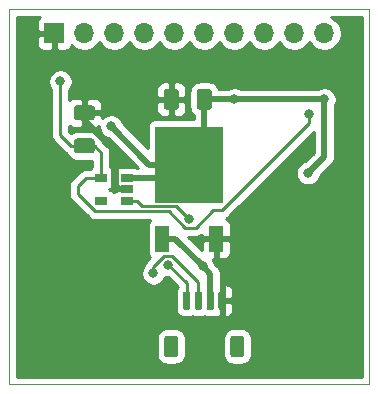
<source format=gbr>
G04 #@! TF.GenerationSoftware,KiCad,Pcbnew,(5.1.5)-3*
G04 #@! TF.CreationDate,2020-04-20T18:44:57+02:00*
G04 #@! TF.ProjectId,RS485-Modbus-Tiny-Sensor-Module,52533438-352d-44d6-9f64-6275732d5469,rev?*
G04 #@! TF.SameCoordinates,Original*
G04 #@! TF.FileFunction,Copper,L2,Bot*
G04 #@! TF.FilePolarity,Positive*
%FSLAX46Y46*%
G04 Gerber Fmt 4.6, Leading zero omitted, Abs format (unit mm)*
G04 Created by KiCad (PCBNEW (5.1.5)-3) date 2020-04-20 18:44:57*
%MOMM*%
%LPD*%
G04 APERTURE LIST*
%ADD10C,0.050000*%
%ADD11R,5.800000X6.400000*%
%ADD12R,1.200000X2.200000*%
%ADD13C,0.100000*%
%ADD14O,1.700000X1.700000*%
%ADD15R,1.700000X1.700000*%
%ADD16R,1.060000X0.650000*%
%ADD17C,0.800000*%
%ADD18C,0.500000*%
%ADD19C,0.250000*%
%ADD20C,0.254000*%
G04 APERTURE END LIST*
D10*
X213360000Y-115570000D02*
X182880000Y-115570000D01*
X213360000Y-83820000D02*
X213360000Y-115570000D01*
X182880000Y-83820000D02*
X213360000Y-83820000D01*
X182880000Y-115570000D02*
X182880000Y-83820000D01*
D11*
X198120000Y-96960000D03*
D12*
X195840000Y-103260000D03*
X200400000Y-103260000D03*
G04 #@! TA.AperFunction,SMDPad,CuDef*
D13*
G36*
X196964505Y-111466204D02*
G01*
X196988773Y-111469804D01*
X197012572Y-111475765D01*
X197035671Y-111484030D01*
X197057850Y-111494520D01*
X197078893Y-111507132D01*
X197098599Y-111521747D01*
X197116777Y-111538223D01*
X197133253Y-111556401D01*
X197147868Y-111576107D01*
X197160480Y-111597150D01*
X197170970Y-111619329D01*
X197179235Y-111642428D01*
X197185196Y-111666227D01*
X197188796Y-111690495D01*
X197190000Y-111714999D01*
X197190000Y-113015001D01*
X197188796Y-113039505D01*
X197185196Y-113063773D01*
X197179235Y-113087572D01*
X197170970Y-113110671D01*
X197160480Y-113132850D01*
X197147868Y-113153893D01*
X197133253Y-113173599D01*
X197116777Y-113191777D01*
X197098599Y-113208253D01*
X197078893Y-113222868D01*
X197057850Y-113235480D01*
X197035671Y-113245970D01*
X197012572Y-113254235D01*
X196988773Y-113260196D01*
X196964505Y-113263796D01*
X196940001Y-113265000D01*
X196239999Y-113265000D01*
X196215495Y-113263796D01*
X196191227Y-113260196D01*
X196167428Y-113254235D01*
X196144329Y-113245970D01*
X196122150Y-113235480D01*
X196101107Y-113222868D01*
X196081401Y-113208253D01*
X196063223Y-113191777D01*
X196046747Y-113173599D01*
X196032132Y-113153893D01*
X196019520Y-113132850D01*
X196009030Y-113110671D01*
X196000765Y-113087572D01*
X195994804Y-113063773D01*
X195991204Y-113039505D01*
X195990000Y-113015001D01*
X195990000Y-111714999D01*
X195991204Y-111690495D01*
X195994804Y-111666227D01*
X196000765Y-111642428D01*
X196009030Y-111619329D01*
X196019520Y-111597150D01*
X196032132Y-111576107D01*
X196046747Y-111556401D01*
X196063223Y-111538223D01*
X196081401Y-111521747D01*
X196101107Y-111507132D01*
X196122150Y-111494520D01*
X196144329Y-111484030D01*
X196167428Y-111475765D01*
X196191227Y-111469804D01*
X196215495Y-111466204D01*
X196239999Y-111465000D01*
X196940001Y-111465000D01*
X196964505Y-111466204D01*
G37*
G04 #@! TD.AperFunction*
G04 #@! TA.AperFunction,SMDPad,CuDef*
G36*
X202564505Y-111466204D02*
G01*
X202588773Y-111469804D01*
X202612572Y-111475765D01*
X202635671Y-111484030D01*
X202657850Y-111494520D01*
X202678893Y-111507132D01*
X202698599Y-111521747D01*
X202716777Y-111538223D01*
X202733253Y-111556401D01*
X202747868Y-111576107D01*
X202760480Y-111597150D01*
X202770970Y-111619329D01*
X202779235Y-111642428D01*
X202785196Y-111666227D01*
X202788796Y-111690495D01*
X202790000Y-111714999D01*
X202790000Y-113015001D01*
X202788796Y-113039505D01*
X202785196Y-113063773D01*
X202779235Y-113087572D01*
X202770970Y-113110671D01*
X202760480Y-113132850D01*
X202747868Y-113153893D01*
X202733253Y-113173599D01*
X202716777Y-113191777D01*
X202698599Y-113208253D01*
X202678893Y-113222868D01*
X202657850Y-113235480D01*
X202635671Y-113245970D01*
X202612572Y-113254235D01*
X202588773Y-113260196D01*
X202564505Y-113263796D01*
X202540001Y-113265000D01*
X201839999Y-113265000D01*
X201815495Y-113263796D01*
X201791227Y-113260196D01*
X201767428Y-113254235D01*
X201744329Y-113245970D01*
X201722150Y-113235480D01*
X201701107Y-113222868D01*
X201681401Y-113208253D01*
X201663223Y-113191777D01*
X201646747Y-113173599D01*
X201632132Y-113153893D01*
X201619520Y-113132850D01*
X201609030Y-113110671D01*
X201600765Y-113087572D01*
X201594804Y-113063773D01*
X201591204Y-113039505D01*
X201590000Y-113015001D01*
X201590000Y-111714999D01*
X201591204Y-111690495D01*
X201594804Y-111666227D01*
X201600765Y-111642428D01*
X201609030Y-111619329D01*
X201619520Y-111597150D01*
X201632132Y-111576107D01*
X201646747Y-111556401D01*
X201663223Y-111538223D01*
X201681401Y-111521747D01*
X201701107Y-111507132D01*
X201722150Y-111494520D01*
X201744329Y-111484030D01*
X201767428Y-111475765D01*
X201791227Y-111469804D01*
X201815495Y-111466204D01*
X201839999Y-111465000D01*
X202540001Y-111465000D01*
X202564505Y-111466204D01*
G37*
G04 #@! TD.AperFunction*
G04 #@! TA.AperFunction,SMDPad,CuDef*
G36*
X198054703Y-107715722D02*
G01*
X198069264Y-107717882D01*
X198083543Y-107721459D01*
X198097403Y-107726418D01*
X198110710Y-107732712D01*
X198123336Y-107740280D01*
X198135159Y-107749048D01*
X198146066Y-107758934D01*
X198155952Y-107769841D01*
X198164720Y-107781664D01*
X198172288Y-107794290D01*
X198178582Y-107807597D01*
X198183541Y-107821457D01*
X198187118Y-107835736D01*
X198189278Y-107850297D01*
X198190000Y-107865000D01*
X198190000Y-109115000D01*
X198189278Y-109129703D01*
X198187118Y-109144264D01*
X198183541Y-109158543D01*
X198178582Y-109172403D01*
X198172288Y-109185710D01*
X198164720Y-109198336D01*
X198155952Y-109210159D01*
X198146066Y-109221066D01*
X198135159Y-109230952D01*
X198123336Y-109239720D01*
X198110710Y-109247288D01*
X198097403Y-109253582D01*
X198083543Y-109258541D01*
X198069264Y-109262118D01*
X198054703Y-109264278D01*
X198040000Y-109265000D01*
X197740000Y-109265000D01*
X197725297Y-109264278D01*
X197710736Y-109262118D01*
X197696457Y-109258541D01*
X197682597Y-109253582D01*
X197669290Y-109247288D01*
X197656664Y-109239720D01*
X197644841Y-109230952D01*
X197633934Y-109221066D01*
X197624048Y-109210159D01*
X197615280Y-109198336D01*
X197607712Y-109185710D01*
X197601418Y-109172403D01*
X197596459Y-109158543D01*
X197592882Y-109144264D01*
X197590722Y-109129703D01*
X197590000Y-109115000D01*
X197590000Y-107865000D01*
X197590722Y-107850297D01*
X197592882Y-107835736D01*
X197596459Y-107821457D01*
X197601418Y-107807597D01*
X197607712Y-107794290D01*
X197615280Y-107781664D01*
X197624048Y-107769841D01*
X197633934Y-107758934D01*
X197644841Y-107749048D01*
X197656664Y-107740280D01*
X197669290Y-107732712D01*
X197682597Y-107726418D01*
X197696457Y-107721459D01*
X197710736Y-107717882D01*
X197725297Y-107715722D01*
X197740000Y-107715000D01*
X198040000Y-107715000D01*
X198054703Y-107715722D01*
G37*
G04 #@! TD.AperFunction*
G04 #@! TA.AperFunction,SMDPad,CuDef*
G36*
X199054703Y-107715722D02*
G01*
X199069264Y-107717882D01*
X199083543Y-107721459D01*
X199097403Y-107726418D01*
X199110710Y-107732712D01*
X199123336Y-107740280D01*
X199135159Y-107749048D01*
X199146066Y-107758934D01*
X199155952Y-107769841D01*
X199164720Y-107781664D01*
X199172288Y-107794290D01*
X199178582Y-107807597D01*
X199183541Y-107821457D01*
X199187118Y-107835736D01*
X199189278Y-107850297D01*
X199190000Y-107865000D01*
X199190000Y-109115000D01*
X199189278Y-109129703D01*
X199187118Y-109144264D01*
X199183541Y-109158543D01*
X199178582Y-109172403D01*
X199172288Y-109185710D01*
X199164720Y-109198336D01*
X199155952Y-109210159D01*
X199146066Y-109221066D01*
X199135159Y-109230952D01*
X199123336Y-109239720D01*
X199110710Y-109247288D01*
X199097403Y-109253582D01*
X199083543Y-109258541D01*
X199069264Y-109262118D01*
X199054703Y-109264278D01*
X199040000Y-109265000D01*
X198740000Y-109265000D01*
X198725297Y-109264278D01*
X198710736Y-109262118D01*
X198696457Y-109258541D01*
X198682597Y-109253582D01*
X198669290Y-109247288D01*
X198656664Y-109239720D01*
X198644841Y-109230952D01*
X198633934Y-109221066D01*
X198624048Y-109210159D01*
X198615280Y-109198336D01*
X198607712Y-109185710D01*
X198601418Y-109172403D01*
X198596459Y-109158543D01*
X198592882Y-109144264D01*
X198590722Y-109129703D01*
X198590000Y-109115000D01*
X198590000Y-107865000D01*
X198590722Y-107850297D01*
X198592882Y-107835736D01*
X198596459Y-107821457D01*
X198601418Y-107807597D01*
X198607712Y-107794290D01*
X198615280Y-107781664D01*
X198624048Y-107769841D01*
X198633934Y-107758934D01*
X198644841Y-107749048D01*
X198656664Y-107740280D01*
X198669290Y-107732712D01*
X198682597Y-107726418D01*
X198696457Y-107721459D01*
X198710736Y-107717882D01*
X198725297Y-107715722D01*
X198740000Y-107715000D01*
X199040000Y-107715000D01*
X199054703Y-107715722D01*
G37*
G04 #@! TD.AperFunction*
G04 #@! TA.AperFunction,SMDPad,CuDef*
G36*
X200054703Y-107715722D02*
G01*
X200069264Y-107717882D01*
X200083543Y-107721459D01*
X200097403Y-107726418D01*
X200110710Y-107732712D01*
X200123336Y-107740280D01*
X200135159Y-107749048D01*
X200146066Y-107758934D01*
X200155952Y-107769841D01*
X200164720Y-107781664D01*
X200172288Y-107794290D01*
X200178582Y-107807597D01*
X200183541Y-107821457D01*
X200187118Y-107835736D01*
X200189278Y-107850297D01*
X200190000Y-107865000D01*
X200190000Y-109115000D01*
X200189278Y-109129703D01*
X200187118Y-109144264D01*
X200183541Y-109158543D01*
X200178582Y-109172403D01*
X200172288Y-109185710D01*
X200164720Y-109198336D01*
X200155952Y-109210159D01*
X200146066Y-109221066D01*
X200135159Y-109230952D01*
X200123336Y-109239720D01*
X200110710Y-109247288D01*
X200097403Y-109253582D01*
X200083543Y-109258541D01*
X200069264Y-109262118D01*
X200054703Y-109264278D01*
X200040000Y-109265000D01*
X199740000Y-109265000D01*
X199725297Y-109264278D01*
X199710736Y-109262118D01*
X199696457Y-109258541D01*
X199682597Y-109253582D01*
X199669290Y-109247288D01*
X199656664Y-109239720D01*
X199644841Y-109230952D01*
X199633934Y-109221066D01*
X199624048Y-109210159D01*
X199615280Y-109198336D01*
X199607712Y-109185710D01*
X199601418Y-109172403D01*
X199596459Y-109158543D01*
X199592882Y-109144264D01*
X199590722Y-109129703D01*
X199590000Y-109115000D01*
X199590000Y-107865000D01*
X199590722Y-107850297D01*
X199592882Y-107835736D01*
X199596459Y-107821457D01*
X199601418Y-107807597D01*
X199607712Y-107794290D01*
X199615280Y-107781664D01*
X199624048Y-107769841D01*
X199633934Y-107758934D01*
X199644841Y-107749048D01*
X199656664Y-107740280D01*
X199669290Y-107732712D01*
X199682597Y-107726418D01*
X199696457Y-107721459D01*
X199710736Y-107717882D01*
X199725297Y-107715722D01*
X199740000Y-107715000D01*
X200040000Y-107715000D01*
X200054703Y-107715722D01*
G37*
G04 #@! TD.AperFunction*
G04 #@! TA.AperFunction,SMDPad,CuDef*
G36*
X201054703Y-107715722D02*
G01*
X201069264Y-107717882D01*
X201083543Y-107721459D01*
X201097403Y-107726418D01*
X201110710Y-107732712D01*
X201123336Y-107740280D01*
X201135159Y-107749048D01*
X201146066Y-107758934D01*
X201155952Y-107769841D01*
X201164720Y-107781664D01*
X201172288Y-107794290D01*
X201178582Y-107807597D01*
X201183541Y-107821457D01*
X201187118Y-107835736D01*
X201189278Y-107850297D01*
X201190000Y-107865000D01*
X201190000Y-109115000D01*
X201189278Y-109129703D01*
X201187118Y-109144264D01*
X201183541Y-109158543D01*
X201178582Y-109172403D01*
X201172288Y-109185710D01*
X201164720Y-109198336D01*
X201155952Y-109210159D01*
X201146066Y-109221066D01*
X201135159Y-109230952D01*
X201123336Y-109239720D01*
X201110710Y-109247288D01*
X201097403Y-109253582D01*
X201083543Y-109258541D01*
X201069264Y-109262118D01*
X201054703Y-109264278D01*
X201040000Y-109265000D01*
X200740000Y-109265000D01*
X200725297Y-109264278D01*
X200710736Y-109262118D01*
X200696457Y-109258541D01*
X200682597Y-109253582D01*
X200669290Y-109247288D01*
X200656664Y-109239720D01*
X200644841Y-109230952D01*
X200633934Y-109221066D01*
X200624048Y-109210159D01*
X200615280Y-109198336D01*
X200607712Y-109185710D01*
X200601418Y-109172403D01*
X200596459Y-109158543D01*
X200592882Y-109144264D01*
X200590722Y-109129703D01*
X200590000Y-109115000D01*
X200590000Y-107865000D01*
X200590722Y-107850297D01*
X200592882Y-107835736D01*
X200596459Y-107821457D01*
X200601418Y-107807597D01*
X200607712Y-107794290D01*
X200615280Y-107781664D01*
X200624048Y-107769841D01*
X200633934Y-107758934D01*
X200644841Y-107749048D01*
X200656664Y-107740280D01*
X200669290Y-107732712D01*
X200682597Y-107726418D01*
X200696457Y-107721459D01*
X200710736Y-107717882D01*
X200725297Y-107715722D01*
X200740000Y-107715000D01*
X201040000Y-107715000D01*
X201054703Y-107715722D01*
G37*
G04 #@! TD.AperFunction*
D14*
X209550000Y-85852000D03*
X207010000Y-85852000D03*
X204470000Y-85852000D03*
X201930000Y-85852000D03*
X199390000Y-85852000D03*
X196850000Y-85852000D03*
X194310000Y-85852000D03*
X191770000Y-85852000D03*
X189230000Y-85852000D03*
D15*
X186690000Y-85852000D03*
D16*
X190670000Y-98110000D03*
X190670000Y-100010000D03*
X192870000Y-100010000D03*
X192870000Y-99060000D03*
X192870000Y-98110000D03*
G04 #@! TA.AperFunction,SMDPad,CuDef*
D13*
G36*
X189879504Y-91956204D02*
G01*
X189903773Y-91959804D01*
X189927571Y-91965765D01*
X189950671Y-91974030D01*
X189972849Y-91984520D01*
X189993893Y-91997133D01*
X190013598Y-92011747D01*
X190031777Y-92028223D01*
X190048253Y-92046402D01*
X190062867Y-92066107D01*
X190075480Y-92087151D01*
X190085970Y-92109329D01*
X190094235Y-92132429D01*
X190100196Y-92156227D01*
X190103796Y-92180496D01*
X190105000Y-92205000D01*
X190105000Y-92955000D01*
X190103796Y-92979504D01*
X190100196Y-93003773D01*
X190094235Y-93027571D01*
X190085970Y-93050671D01*
X190075480Y-93072849D01*
X190062867Y-93093893D01*
X190048253Y-93113598D01*
X190031777Y-93131777D01*
X190013598Y-93148253D01*
X189993893Y-93162867D01*
X189972849Y-93175480D01*
X189950671Y-93185970D01*
X189927571Y-93194235D01*
X189903773Y-93200196D01*
X189879504Y-93203796D01*
X189855000Y-93205000D01*
X188605000Y-93205000D01*
X188580496Y-93203796D01*
X188556227Y-93200196D01*
X188532429Y-93194235D01*
X188509329Y-93185970D01*
X188487151Y-93175480D01*
X188466107Y-93162867D01*
X188446402Y-93148253D01*
X188428223Y-93131777D01*
X188411747Y-93113598D01*
X188397133Y-93093893D01*
X188384520Y-93072849D01*
X188374030Y-93050671D01*
X188365765Y-93027571D01*
X188359804Y-93003773D01*
X188356204Y-92979504D01*
X188355000Y-92955000D01*
X188355000Y-92205000D01*
X188356204Y-92180496D01*
X188359804Y-92156227D01*
X188365765Y-92132429D01*
X188374030Y-92109329D01*
X188384520Y-92087151D01*
X188397133Y-92066107D01*
X188411747Y-92046402D01*
X188428223Y-92028223D01*
X188446402Y-92011747D01*
X188466107Y-91997133D01*
X188487151Y-91984520D01*
X188509329Y-91974030D01*
X188532429Y-91965765D01*
X188556227Y-91959804D01*
X188580496Y-91956204D01*
X188605000Y-91955000D01*
X189855000Y-91955000D01*
X189879504Y-91956204D01*
G37*
G04 #@! TD.AperFunction*
G04 #@! TA.AperFunction,SMDPad,CuDef*
G36*
X189879504Y-94756204D02*
G01*
X189903773Y-94759804D01*
X189927571Y-94765765D01*
X189950671Y-94774030D01*
X189972849Y-94784520D01*
X189993893Y-94797133D01*
X190013598Y-94811747D01*
X190031777Y-94828223D01*
X190048253Y-94846402D01*
X190062867Y-94866107D01*
X190075480Y-94887151D01*
X190085970Y-94909329D01*
X190094235Y-94932429D01*
X190100196Y-94956227D01*
X190103796Y-94980496D01*
X190105000Y-95005000D01*
X190105000Y-95755000D01*
X190103796Y-95779504D01*
X190100196Y-95803773D01*
X190094235Y-95827571D01*
X190085970Y-95850671D01*
X190075480Y-95872849D01*
X190062867Y-95893893D01*
X190048253Y-95913598D01*
X190031777Y-95931777D01*
X190013598Y-95948253D01*
X189993893Y-95962867D01*
X189972849Y-95975480D01*
X189950671Y-95985970D01*
X189927571Y-95994235D01*
X189903773Y-96000196D01*
X189879504Y-96003796D01*
X189855000Y-96005000D01*
X188605000Y-96005000D01*
X188580496Y-96003796D01*
X188556227Y-96000196D01*
X188532429Y-95994235D01*
X188509329Y-95985970D01*
X188487151Y-95975480D01*
X188466107Y-95962867D01*
X188446402Y-95948253D01*
X188428223Y-95931777D01*
X188411747Y-95913598D01*
X188397133Y-95893893D01*
X188384520Y-95872849D01*
X188374030Y-95850671D01*
X188365765Y-95827571D01*
X188359804Y-95803773D01*
X188356204Y-95779504D01*
X188355000Y-95755000D01*
X188355000Y-95005000D01*
X188356204Y-94980496D01*
X188359804Y-94956227D01*
X188365765Y-94932429D01*
X188374030Y-94909329D01*
X188384520Y-94887151D01*
X188397133Y-94866107D01*
X188411747Y-94846402D01*
X188428223Y-94828223D01*
X188446402Y-94811747D01*
X188466107Y-94797133D01*
X188487151Y-94784520D01*
X188509329Y-94774030D01*
X188532429Y-94765765D01*
X188556227Y-94759804D01*
X188580496Y-94756204D01*
X188605000Y-94755000D01*
X189855000Y-94755000D01*
X189879504Y-94756204D01*
G37*
G04 #@! TD.AperFunction*
G04 #@! TA.AperFunction,SMDPad,CuDef*
G36*
X199789504Y-90566204D02*
G01*
X199813773Y-90569804D01*
X199837571Y-90575765D01*
X199860671Y-90584030D01*
X199882849Y-90594520D01*
X199903893Y-90607133D01*
X199923598Y-90621747D01*
X199941777Y-90638223D01*
X199958253Y-90656402D01*
X199972867Y-90676107D01*
X199985480Y-90697151D01*
X199995970Y-90719329D01*
X200004235Y-90742429D01*
X200010196Y-90766227D01*
X200013796Y-90790496D01*
X200015000Y-90815000D01*
X200015000Y-92065000D01*
X200013796Y-92089504D01*
X200010196Y-92113773D01*
X200004235Y-92137571D01*
X199995970Y-92160671D01*
X199985480Y-92182849D01*
X199972867Y-92203893D01*
X199958253Y-92223598D01*
X199941777Y-92241777D01*
X199923598Y-92258253D01*
X199903893Y-92272867D01*
X199882849Y-92285480D01*
X199860671Y-92295970D01*
X199837571Y-92304235D01*
X199813773Y-92310196D01*
X199789504Y-92313796D01*
X199765000Y-92315000D01*
X199015000Y-92315000D01*
X198990496Y-92313796D01*
X198966227Y-92310196D01*
X198942429Y-92304235D01*
X198919329Y-92295970D01*
X198897151Y-92285480D01*
X198876107Y-92272867D01*
X198856402Y-92258253D01*
X198838223Y-92241777D01*
X198821747Y-92223598D01*
X198807133Y-92203893D01*
X198794520Y-92182849D01*
X198784030Y-92160671D01*
X198775765Y-92137571D01*
X198769804Y-92113773D01*
X198766204Y-92089504D01*
X198765000Y-92065000D01*
X198765000Y-90815000D01*
X198766204Y-90790496D01*
X198769804Y-90766227D01*
X198775765Y-90742429D01*
X198784030Y-90719329D01*
X198794520Y-90697151D01*
X198807133Y-90676107D01*
X198821747Y-90656402D01*
X198838223Y-90638223D01*
X198856402Y-90621747D01*
X198876107Y-90607133D01*
X198897151Y-90594520D01*
X198919329Y-90584030D01*
X198942429Y-90575765D01*
X198966227Y-90569804D01*
X198990496Y-90566204D01*
X199015000Y-90565000D01*
X199765000Y-90565000D01*
X199789504Y-90566204D01*
G37*
G04 #@! TD.AperFunction*
G04 #@! TA.AperFunction,SMDPad,CuDef*
G36*
X196989504Y-90566204D02*
G01*
X197013773Y-90569804D01*
X197037571Y-90575765D01*
X197060671Y-90584030D01*
X197082849Y-90594520D01*
X197103893Y-90607133D01*
X197123598Y-90621747D01*
X197141777Y-90638223D01*
X197158253Y-90656402D01*
X197172867Y-90676107D01*
X197185480Y-90697151D01*
X197195970Y-90719329D01*
X197204235Y-90742429D01*
X197210196Y-90766227D01*
X197213796Y-90790496D01*
X197215000Y-90815000D01*
X197215000Y-92065000D01*
X197213796Y-92089504D01*
X197210196Y-92113773D01*
X197204235Y-92137571D01*
X197195970Y-92160671D01*
X197185480Y-92182849D01*
X197172867Y-92203893D01*
X197158253Y-92223598D01*
X197141777Y-92241777D01*
X197123598Y-92258253D01*
X197103893Y-92272867D01*
X197082849Y-92285480D01*
X197060671Y-92295970D01*
X197037571Y-92304235D01*
X197013773Y-92310196D01*
X196989504Y-92313796D01*
X196965000Y-92315000D01*
X196215000Y-92315000D01*
X196190496Y-92313796D01*
X196166227Y-92310196D01*
X196142429Y-92304235D01*
X196119329Y-92295970D01*
X196097151Y-92285480D01*
X196076107Y-92272867D01*
X196056402Y-92258253D01*
X196038223Y-92241777D01*
X196021747Y-92223598D01*
X196007133Y-92203893D01*
X195994520Y-92182849D01*
X195984030Y-92160671D01*
X195975765Y-92137571D01*
X195969804Y-92113773D01*
X195966204Y-92089504D01*
X195965000Y-92065000D01*
X195965000Y-90815000D01*
X195966204Y-90790496D01*
X195969804Y-90766227D01*
X195975765Y-90742429D01*
X195984030Y-90719329D01*
X195994520Y-90697151D01*
X196007133Y-90676107D01*
X196021747Y-90656402D01*
X196038223Y-90638223D01*
X196056402Y-90621747D01*
X196076107Y-90607133D01*
X196097151Y-90594520D01*
X196119329Y-90584030D01*
X196142429Y-90575765D01*
X196166227Y-90569804D01*
X196190496Y-90566204D01*
X196215000Y-90565000D01*
X196965000Y-90565000D01*
X196989504Y-90566204D01*
G37*
G04 #@! TD.AperFunction*
D17*
X191770000Y-91440000D03*
X211582000Y-93472000D03*
X205740000Y-88900000D03*
X187942206Y-97850941D03*
X194470000Y-107790000D03*
X206580000Y-105078000D03*
X201930000Y-91440000D03*
X209550000Y-91440000D03*
X191511990Y-93730010D03*
X208183558Y-97693558D03*
X187198000Y-89916000D03*
X208280000Y-92710000D03*
X199240000Y-105560000D03*
X198120000Y-101600000D03*
X196342000Y-105447000D03*
X195072000Y-106172000D03*
D18*
X191840000Y-99060000D02*
X191770000Y-98990000D01*
X192870000Y-99060000D02*
X191840000Y-99060000D01*
X191770000Y-98990000D02*
X191770000Y-97544998D01*
X191770000Y-97544998D02*
X191770000Y-96520000D01*
X191889999Y-98795001D02*
X192154998Y-99060000D01*
X191889999Y-95864999D02*
X191889999Y-98795001D01*
X189230000Y-93205000D02*
X191889999Y-95864999D01*
X192154998Y-99060000D02*
X192870000Y-99060000D01*
X189230000Y-92580000D02*
X189230000Y-93205000D01*
X196970000Y-98110000D02*
X198120000Y-96960000D01*
X192870000Y-98110000D02*
X196970000Y-98110000D01*
X199390000Y-95690000D02*
X198120000Y-96960000D01*
X199390000Y-91440000D02*
X199390000Y-95690000D01*
X199390000Y-91440000D02*
X201930000Y-91440000D01*
X201930000Y-91440000D02*
X209550000Y-91440000D01*
X194741980Y-96960000D02*
X198120000Y-96960000D01*
X191511990Y-93730010D02*
X194741980Y-96960000D01*
X209550000Y-96327116D02*
X209550000Y-91440000D01*
X208183558Y-97693558D02*
X209550000Y-96327116D01*
D19*
X190105000Y-95380000D02*
X189230000Y-95380000D01*
X190670000Y-95945000D02*
X190105000Y-95380000D01*
X190670000Y-98110000D02*
X190670000Y-95945000D01*
X188090000Y-95380000D02*
X189230000Y-95380000D01*
X187198000Y-89916000D02*
X187198000Y-94488000D01*
X187198000Y-94488000D02*
X188090000Y-95380000D01*
X189890000Y-98110000D02*
X190670000Y-98110000D01*
X197771999Y-102325001D02*
X196382009Y-100935011D01*
X198664999Y-102325001D02*
X197771999Y-102325001D01*
X190155009Y-100935011D02*
X188654990Y-99434992D01*
X188654990Y-99434992D02*
X188654990Y-98821824D01*
X188654990Y-98821824D02*
X189366814Y-98110000D01*
X208280000Y-92710000D02*
X208280000Y-93485002D01*
X200927002Y-100838000D02*
X200152000Y-100838000D01*
X208280000Y-93485002D02*
X200927002Y-100838000D01*
X200152000Y-100838000D02*
X198664999Y-102325001D01*
X196382009Y-100935011D02*
X190155009Y-100935011D01*
X189366814Y-98110000D02*
X189890000Y-98110000D01*
D18*
X195840000Y-103260000D02*
X195981998Y-103260000D01*
X196940000Y-103260000D02*
X195840000Y-103260000D01*
X199240000Y-105560000D02*
X196940000Y-103260000D01*
X199890000Y-108490000D02*
X199890000Y-106210000D01*
X199890000Y-106210000D02*
X199240000Y-105560000D01*
D19*
X198120000Y-101600000D02*
X197005001Y-100485001D01*
X194125001Y-100485001D02*
X193650000Y-100010000D01*
X193650000Y-100010000D02*
X192870000Y-100010000D01*
X197005001Y-100485001D02*
X194125001Y-100485001D01*
X197890000Y-106995000D02*
X197890000Y-108490000D01*
X196342000Y-105447000D02*
X197890000Y-106995000D01*
X198890000Y-107715000D02*
X198890000Y-108490000D01*
X198890000Y-106921998D02*
X198890000Y-107715000D01*
X196690001Y-104721999D02*
X198890000Y-106921998D01*
X195956316Y-104721999D02*
X196690001Y-104721999D01*
X195072000Y-105606315D02*
X195956316Y-104721999D01*
X195072000Y-106172000D02*
X195072000Y-105606315D01*
D20*
G36*
X185388815Y-84550815D02*
G01*
X185309463Y-84647506D01*
X185250498Y-84757820D01*
X185214188Y-84877518D01*
X185201928Y-85002000D01*
X185205000Y-85566250D01*
X185363750Y-85725000D01*
X186563000Y-85725000D01*
X186563000Y-85705000D01*
X186817000Y-85705000D01*
X186817000Y-85725000D01*
X186837000Y-85725000D01*
X186837000Y-85979000D01*
X186817000Y-85979000D01*
X186817000Y-87178250D01*
X186975750Y-87337000D01*
X187540000Y-87340072D01*
X187664482Y-87327812D01*
X187784180Y-87291502D01*
X187894494Y-87232537D01*
X187991185Y-87153185D01*
X188070537Y-87056494D01*
X188129502Y-86946180D01*
X188151513Y-86873620D01*
X188283368Y-87005475D01*
X188526589Y-87167990D01*
X188796842Y-87279932D01*
X189083740Y-87337000D01*
X189376260Y-87337000D01*
X189663158Y-87279932D01*
X189933411Y-87167990D01*
X190176632Y-87005475D01*
X190383475Y-86798632D01*
X190500000Y-86624240D01*
X190616525Y-86798632D01*
X190823368Y-87005475D01*
X191066589Y-87167990D01*
X191336842Y-87279932D01*
X191623740Y-87337000D01*
X191916260Y-87337000D01*
X192203158Y-87279932D01*
X192473411Y-87167990D01*
X192716632Y-87005475D01*
X192923475Y-86798632D01*
X193040000Y-86624240D01*
X193156525Y-86798632D01*
X193363368Y-87005475D01*
X193606589Y-87167990D01*
X193876842Y-87279932D01*
X194163740Y-87337000D01*
X194456260Y-87337000D01*
X194743158Y-87279932D01*
X195013411Y-87167990D01*
X195256632Y-87005475D01*
X195463475Y-86798632D01*
X195580000Y-86624240D01*
X195696525Y-86798632D01*
X195903368Y-87005475D01*
X196146589Y-87167990D01*
X196416842Y-87279932D01*
X196703740Y-87337000D01*
X196996260Y-87337000D01*
X197283158Y-87279932D01*
X197553411Y-87167990D01*
X197796632Y-87005475D01*
X198003475Y-86798632D01*
X198120000Y-86624240D01*
X198236525Y-86798632D01*
X198443368Y-87005475D01*
X198686589Y-87167990D01*
X198956842Y-87279932D01*
X199243740Y-87337000D01*
X199536260Y-87337000D01*
X199823158Y-87279932D01*
X200093411Y-87167990D01*
X200336632Y-87005475D01*
X200543475Y-86798632D01*
X200660000Y-86624240D01*
X200776525Y-86798632D01*
X200983368Y-87005475D01*
X201226589Y-87167990D01*
X201496842Y-87279932D01*
X201783740Y-87337000D01*
X202076260Y-87337000D01*
X202363158Y-87279932D01*
X202633411Y-87167990D01*
X202876632Y-87005475D01*
X203083475Y-86798632D01*
X203200000Y-86624240D01*
X203316525Y-86798632D01*
X203523368Y-87005475D01*
X203766589Y-87167990D01*
X204036842Y-87279932D01*
X204323740Y-87337000D01*
X204616260Y-87337000D01*
X204903158Y-87279932D01*
X205173411Y-87167990D01*
X205416632Y-87005475D01*
X205623475Y-86798632D01*
X205740000Y-86624240D01*
X205856525Y-86798632D01*
X206063368Y-87005475D01*
X206306589Y-87167990D01*
X206576842Y-87279932D01*
X206863740Y-87337000D01*
X207156260Y-87337000D01*
X207443158Y-87279932D01*
X207713411Y-87167990D01*
X207956632Y-87005475D01*
X208163475Y-86798632D01*
X208280000Y-86624240D01*
X208396525Y-86798632D01*
X208603368Y-87005475D01*
X208846589Y-87167990D01*
X209116842Y-87279932D01*
X209403740Y-87337000D01*
X209696260Y-87337000D01*
X209983158Y-87279932D01*
X210253411Y-87167990D01*
X210496632Y-87005475D01*
X210703475Y-86798632D01*
X210865990Y-86555411D01*
X210977932Y-86285158D01*
X211035000Y-85998260D01*
X211035000Y-85705740D01*
X210977932Y-85418842D01*
X210865990Y-85148589D01*
X210703475Y-84905368D01*
X210496632Y-84698525D01*
X210253411Y-84536010D01*
X210118190Y-84480000D01*
X212700000Y-84480000D01*
X212700001Y-114910000D01*
X183540000Y-114910000D01*
X183540000Y-111714999D01*
X195351928Y-111714999D01*
X195351928Y-113015001D01*
X195368992Y-113188255D01*
X195419528Y-113354851D01*
X195501595Y-113508387D01*
X195612038Y-113642962D01*
X195746613Y-113753405D01*
X195900149Y-113835472D01*
X196066745Y-113886008D01*
X196239999Y-113903072D01*
X196940001Y-113903072D01*
X197113255Y-113886008D01*
X197279851Y-113835472D01*
X197433387Y-113753405D01*
X197567962Y-113642962D01*
X197678405Y-113508387D01*
X197760472Y-113354851D01*
X197811008Y-113188255D01*
X197828072Y-113015001D01*
X197828072Y-111714999D01*
X200951928Y-111714999D01*
X200951928Y-113015001D01*
X200968992Y-113188255D01*
X201019528Y-113354851D01*
X201101595Y-113508387D01*
X201212038Y-113642962D01*
X201346613Y-113753405D01*
X201500149Y-113835472D01*
X201666745Y-113886008D01*
X201839999Y-113903072D01*
X202540001Y-113903072D01*
X202713255Y-113886008D01*
X202879851Y-113835472D01*
X203033387Y-113753405D01*
X203167962Y-113642962D01*
X203278405Y-113508387D01*
X203360472Y-113354851D01*
X203411008Y-113188255D01*
X203428072Y-113015001D01*
X203428072Y-111714999D01*
X203411008Y-111541745D01*
X203360472Y-111375149D01*
X203278405Y-111221613D01*
X203167962Y-111087038D01*
X203033387Y-110976595D01*
X202879851Y-110894528D01*
X202713255Y-110843992D01*
X202540001Y-110826928D01*
X201839999Y-110826928D01*
X201666745Y-110843992D01*
X201500149Y-110894528D01*
X201346613Y-110976595D01*
X201212038Y-111087038D01*
X201101595Y-111221613D01*
X201019528Y-111375149D01*
X200968992Y-111541745D01*
X200951928Y-111714999D01*
X197828072Y-111714999D01*
X197811008Y-111541745D01*
X197760472Y-111375149D01*
X197678405Y-111221613D01*
X197567962Y-111087038D01*
X197433387Y-110976595D01*
X197279851Y-110894528D01*
X197113255Y-110843992D01*
X196940001Y-110826928D01*
X196239999Y-110826928D01*
X196066745Y-110843992D01*
X195900149Y-110894528D01*
X195746613Y-110976595D01*
X195612038Y-111087038D01*
X195501595Y-111221613D01*
X195419528Y-111375149D01*
X195368992Y-111541745D01*
X195351928Y-111714999D01*
X183540000Y-111714999D01*
X183540000Y-89814061D01*
X186163000Y-89814061D01*
X186163000Y-90017939D01*
X186202774Y-90217898D01*
X186280795Y-90406256D01*
X186394063Y-90575774D01*
X186438000Y-90619711D01*
X186438001Y-94450668D01*
X186434324Y-94488000D01*
X186448998Y-94636985D01*
X186492454Y-94780246D01*
X186563026Y-94912276D01*
X186634201Y-94999002D01*
X186658000Y-95028001D01*
X186686998Y-95051799D01*
X187526205Y-95891008D01*
X187549999Y-95920001D01*
X187578992Y-95943795D01*
X187578996Y-95943799D01*
X187649685Y-96001811D01*
X187665724Y-96014974D01*
X187778600Y-96075308D01*
X187784528Y-96094850D01*
X187866595Y-96248386D01*
X187977038Y-96382962D01*
X188111614Y-96493405D01*
X188265150Y-96575472D01*
X188431746Y-96626008D01*
X188605000Y-96643072D01*
X189855000Y-96643072D01*
X189910001Y-96637655D01*
X189910000Y-97191196D01*
X189895820Y-97195498D01*
X189785506Y-97254463D01*
X189688815Y-97333815D01*
X189675532Y-97350000D01*
X189404136Y-97350000D01*
X189366813Y-97346324D01*
X189329490Y-97350000D01*
X189329481Y-97350000D01*
X189217828Y-97360997D01*
X189074567Y-97404454D01*
X188942537Y-97475026D01*
X188887654Y-97520068D01*
X188826813Y-97569999D01*
X188803015Y-97598998D01*
X188143988Y-98258025D01*
X188114990Y-98281823D01*
X188091192Y-98310821D01*
X188091191Y-98310822D01*
X188020016Y-98397548D01*
X187974027Y-98483588D01*
X187949444Y-98529577D01*
X187905987Y-98672838D01*
X187894990Y-98784491D01*
X187894990Y-98784502D01*
X187891314Y-98821824D01*
X187894990Y-98859146D01*
X187894990Y-99397670D01*
X187891314Y-99434992D01*
X187894990Y-99472314D01*
X187894990Y-99472324D01*
X187905987Y-99583977D01*
X187946567Y-99717753D01*
X187949444Y-99727238D01*
X188020016Y-99859268D01*
X188021643Y-99861250D01*
X188114989Y-99974993D01*
X188143993Y-99998796D01*
X189591209Y-101446013D01*
X189615008Y-101475012D01*
X189730733Y-101569985D01*
X189862762Y-101640557D01*
X190006023Y-101684014D01*
X190117676Y-101695011D01*
X190117685Y-101695011D01*
X190155008Y-101698687D01*
X190192331Y-101695011D01*
X194805635Y-101695011D01*
X194788815Y-101708815D01*
X194709463Y-101805506D01*
X194650498Y-101915820D01*
X194614188Y-102035518D01*
X194601928Y-102160000D01*
X194601928Y-104360000D01*
X194614188Y-104484482D01*
X194650498Y-104604180D01*
X194709463Y-104714494D01*
X194788815Y-104811185D01*
X194790745Y-104812769D01*
X194560998Y-105042516D01*
X194532000Y-105066314D01*
X194508202Y-105095312D01*
X194508201Y-105095313D01*
X194437026Y-105182039D01*
X194416903Y-105219687D01*
X194366454Y-105314068D01*
X194323013Y-105457276D01*
X194268063Y-105512226D01*
X194154795Y-105681744D01*
X194076774Y-105870102D01*
X194037000Y-106070061D01*
X194037000Y-106273939D01*
X194076774Y-106473898D01*
X194154795Y-106662256D01*
X194268063Y-106831774D01*
X194412226Y-106975937D01*
X194581744Y-107089205D01*
X194770102Y-107167226D01*
X194970061Y-107207000D01*
X195173939Y-107207000D01*
X195373898Y-107167226D01*
X195562256Y-107089205D01*
X195731774Y-106975937D01*
X195875937Y-106831774D01*
X195989205Y-106662256D01*
X196067226Y-106473898D01*
X196072254Y-106448621D01*
X196240061Y-106482000D01*
X196302199Y-106482000D01*
X197130000Y-107309802D01*
X197130000Y-107372024D01*
X197084742Y-107427171D01*
X197011916Y-107563418D01*
X196967071Y-107711255D01*
X196951928Y-107865000D01*
X196951928Y-109115000D01*
X196967071Y-109268745D01*
X197011916Y-109416582D01*
X197084742Y-109552829D01*
X197182749Y-109672251D01*
X197302171Y-109770258D01*
X197438418Y-109843084D01*
X197586255Y-109887929D01*
X197740000Y-109903072D01*
X198040000Y-109903072D01*
X198193745Y-109887929D01*
X198341582Y-109843084D01*
X198390000Y-109817204D01*
X198438418Y-109843084D01*
X198586255Y-109887929D01*
X198740000Y-109903072D01*
X199040000Y-109903072D01*
X199193745Y-109887929D01*
X199341582Y-109843084D01*
X199390000Y-109817204D01*
X199438418Y-109843084D01*
X199586255Y-109887929D01*
X199740000Y-109903072D01*
X200040000Y-109903072D01*
X200193745Y-109887929D01*
X200330658Y-109846398D01*
X200345820Y-109854502D01*
X200465518Y-109890812D01*
X200590000Y-109903072D01*
X200604250Y-109900000D01*
X200763000Y-109741250D01*
X200763000Y-109426093D01*
X200768084Y-109416582D01*
X200812929Y-109268745D01*
X200828072Y-109115000D01*
X200828072Y-108617000D01*
X201017000Y-108617000D01*
X201017000Y-109741250D01*
X201175750Y-109900000D01*
X201190000Y-109903072D01*
X201314482Y-109890812D01*
X201434180Y-109854502D01*
X201544494Y-109795537D01*
X201641185Y-109716185D01*
X201720537Y-109619494D01*
X201779502Y-109509180D01*
X201815812Y-109389482D01*
X201828072Y-109265000D01*
X201825000Y-108775750D01*
X201666250Y-108617000D01*
X201017000Y-108617000D01*
X200828072Y-108617000D01*
X200828072Y-107865000D01*
X200812929Y-107711255D01*
X200775000Y-107586217D01*
X200775000Y-107238750D01*
X201017000Y-107238750D01*
X201017000Y-108363000D01*
X201666250Y-108363000D01*
X201825000Y-108204250D01*
X201828072Y-107715000D01*
X201815812Y-107590518D01*
X201779502Y-107470820D01*
X201720537Y-107360506D01*
X201641185Y-107263815D01*
X201544494Y-107184463D01*
X201434180Y-107125498D01*
X201314482Y-107089188D01*
X201190000Y-107076928D01*
X201175750Y-107080000D01*
X201017000Y-107238750D01*
X200775000Y-107238750D01*
X200775000Y-106253469D01*
X200779281Y-106210000D01*
X200775000Y-106166531D01*
X200775000Y-106166523D01*
X200762195Y-106036510D01*
X200711589Y-105869687D01*
X200629411Y-105715941D01*
X200601346Y-105681744D01*
X200546532Y-105614953D01*
X200546530Y-105614951D01*
X200518817Y-105581183D01*
X200485049Y-105553470D01*
X200246535Y-105314956D01*
X200235226Y-105258102D01*
X200157205Y-105069744D01*
X200107308Y-104995068D01*
X200114250Y-104995000D01*
X200273000Y-104836250D01*
X200273000Y-103387000D01*
X200527000Y-103387000D01*
X200527000Y-104836250D01*
X200685750Y-104995000D01*
X201000000Y-104998072D01*
X201124482Y-104985812D01*
X201244180Y-104949502D01*
X201354494Y-104890537D01*
X201451185Y-104811185D01*
X201530537Y-104714494D01*
X201589502Y-104604180D01*
X201625812Y-104484482D01*
X201638072Y-104360000D01*
X201635000Y-103545750D01*
X201476250Y-103387000D01*
X200527000Y-103387000D01*
X200273000Y-103387000D01*
X199323750Y-103387000D01*
X199165000Y-103545750D01*
X199162415Y-104230837D01*
X198016579Y-103085001D01*
X198627677Y-103085001D01*
X198664999Y-103088677D01*
X198702321Y-103085001D01*
X198702332Y-103085001D01*
X198813985Y-103074004D01*
X198957246Y-103030547D01*
X199089275Y-102959975D01*
X199164713Y-102898065D01*
X199165000Y-102974250D01*
X199323750Y-103133000D01*
X200273000Y-103133000D01*
X200273000Y-103113000D01*
X200527000Y-103113000D01*
X200527000Y-103133000D01*
X201476250Y-103133000D01*
X201635000Y-102974250D01*
X201638072Y-102160000D01*
X201625812Y-102035518D01*
X201589502Y-101915820D01*
X201530537Y-101805506D01*
X201451185Y-101708815D01*
X201354494Y-101629463D01*
X201244180Y-101570498D01*
X201187290Y-101553241D01*
X201219249Y-101543546D01*
X201351278Y-101472974D01*
X201467003Y-101378001D01*
X201490806Y-101348997D01*
X208665000Y-94174805D01*
X208665000Y-95960537D01*
X207938515Y-96687023D01*
X207881660Y-96698332D01*
X207693302Y-96776353D01*
X207523784Y-96889621D01*
X207379621Y-97033784D01*
X207266353Y-97203302D01*
X207188332Y-97391660D01*
X207148558Y-97591619D01*
X207148558Y-97795497D01*
X207188332Y-97995456D01*
X207266353Y-98183814D01*
X207379621Y-98353332D01*
X207523784Y-98497495D01*
X207693302Y-98610763D01*
X207881660Y-98688784D01*
X208081619Y-98728558D01*
X208285497Y-98728558D01*
X208485456Y-98688784D01*
X208673814Y-98610763D01*
X208843332Y-98497495D01*
X208987495Y-98353332D01*
X209100763Y-98183814D01*
X209178784Y-97995456D01*
X209190093Y-97938601D01*
X210145050Y-96983645D01*
X210178817Y-96955933D01*
X210233239Y-96889621D01*
X210289411Y-96821175D01*
X210307940Y-96786510D01*
X210371589Y-96667429D01*
X210422195Y-96500606D01*
X210435000Y-96370593D01*
X210435000Y-96370585D01*
X210439281Y-96327116D01*
X210435000Y-96283647D01*
X210435000Y-91978454D01*
X210467205Y-91930256D01*
X210545226Y-91741898D01*
X210585000Y-91541939D01*
X210585000Y-91338061D01*
X210545226Y-91138102D01*
X210467205Y-90949744D01*
X210353937Y-90780226D01*
X210209774Y-90636063D01*
X210040256Y-90522795D01*
X209851898Y-90444774D01*
X209651939Y-90405000D01*
X209448061Y-90405000D01*
X209248102Y-90444774D01*
X209059744Y-90522795D01*
X209011546Y-90555000D01*
X202468454Y-90555000D01*
X202420256Y-90522795D01*
X202231898Y-90444774D01*
X202031939Y-90405000D01*
X201828061Y-90405000D01*
X201628102Y-90444774D01*
X201439744Y-90522795D01*
X201391546Y-90555000D01*
X200609694Y-90555000D01*
X200585472Y-90475150D01*
X200503405Y-90321614D01*
X200392962Y-90187038D01*
X200258386Y-90076595D01*
X200104850Y-89994528D01*
X199938254Y-89943992D01*
X199765000Y-89926928D01*
X199015000Y-89926928D01*
X198841746Y-89943992D01*
X198675150Y-89994528D01*
X198521614Y-90076595D01*
X198387038Y-90187038D01*
X198276595Y-90321614D01*
X198194528Y-90475150D01*
X198143992Y-90641746D01*
X198126928Y-90815000D01*
X198126928Y-92065000D01*
X198143992Y-92238254D01*
X198194528Y-92404850D01*
X198276595Y-92558386D01*
X198387038Y-92692962D01*
X198505000Y-92789771D01*
X198505000Y-93121928D01*
X195220000Y-93121928D01*
X195095518Y-93134188D01*
X194975820Y-93170498D01*
X194865506Y-93229463D01*
X194768815Y-93308815D01*
X194689463Y-93405506D01*
X194630498Y-93515820D01*
X194594188Y-93635518D01*
X194581928Y-93760000D01*
X194581928Y-95548369D01*
X192518525Y-93484967D01*
X192507216Y-93428112D01*
X192429195Y-93239754D01*
X192315927Y-93070236D01*
X192171764Y-92926073D01*
X192002246Y-92812805D01*
X191813888Y-92734784D01*
X191613929Y-92695010D01*
X191410051Y-92695010D01*
X191210092Y-92734784D01*
X191021734Y-92812805D01*
X190852216Y-92926073D01*
X190741548Y-93036741D01*
X190740000Y-92865750D01*
X190581250Y-92707000D01*
X189357000Y-92707000D01*
X189357000Y-93681250D01*
X189515750Y-93840000D01*
X190105000Y-93843072D01*
X190229482Y-93830812D01*
X190349180Y-93794502D01*
X190459494Y-93735537D01*
X190476990Y-93721178D01*
X190476990Y-93831949D01*
X190516764Y-94031908D01*
X190594785Y-94220266D01*
X190708053Y-94389784D01*
X190852216Y-94533947D01*
X191021734Y-94647215D01*
X191210092Y-94725236D01*
X191266947Y-94736545D01*
X193755401Y-97225000D01*
X193699373Y-97225000D01*
X193644180Y-97195498D01*
X193524482Y-97159188D01*
X193400000Y-97146928D01*
X192340000Y-97146928D01*
X192215518Y-97159188D01*
X192095820Y-97195498D01*
X191985506Y-97254463D01*
X191888815Y-97333815D01*
X191809463Y-97430506D01*
X191770000Y-97504335D01*
X191730537Y-97430506D01*
X191651185Y-97333815D01*
X191554494Y-97254463D01*
X191444180Y-97195498D01*
X191430000Y-97191197D01*
X191430000Y-95982325D01*
X191433676Y-95945000D01*
X191430000Y-95907675D01*
X191430000Y-95907667D01*
X191419003Y-95796014D01*
X191375546Y-95652753D01*
X191304974Y-95520724D01*
X191210001Y-95404999D01*
X191181002Y-95381200D01*
X190736328Y-94936527D01*
X190726008Y-94831746D01*
X190675472Y-94665150D01*
X190593405Y-94511614D01*
X190482962Y-94377038D01*
X190348386Y-94266595D01*
X190194850Y-94184528D01*
X190028254Y-94133992D01*
X189855000Y-94116928D01*
X188605000Y-94116928D01*
X188431746Y-94133992D01*
X188265150Y-94184528D01*
X188111614Y-94266595D01*
X188078540Y-94293738D01*
X187958000Y-94173198D01*
X187958000Y-93700653D01*
X188000506Y-93735537D01*
X188110820Y-93794502D01*
X188230518Y-93830812D01*
X188355000Y-93843072D01*
X188944250Y-93840000D01*
X189103000Y-93681250D01*
X189103000Y-92707000D01*
X189083000Y-92707000D01*
X189083000Y-92453000D01*
X189103000Y-92453000D01*
X189103000Y-91478750D01*
X189357000Y-91478750D01*
X189357000Y-92453000D01*
X190581250Y-92453000D01*
X190719250Y-92315000D01*
X195326928Y-92315000D01*
X195339188Y-92439482D01*
X195375498Y-92559180D01*
X195434463Y-92669494D01*
X195513815Y-92766185D01*
X195610506Y-92845537D01*
X195720820Y-92904502D01*
X195840518Y-92940812D01*
X195965000Y-92953072D01*
X196304250Y-92950000D01*
X196463000Y-92791250D01*
X196463000Y-91567000D01*
X196717000Y-91567000D01*
X196717000Y-92791250D01*
X196875750Y-92950000D01*
X197215000Y-92953072D01*
X197339482Y-92940812D01*
X197459180Y-92904502D01*
X197569494Y-92845537D01*
X197666185Y-92766185D01*
X197745537Y-92669494D01*
X197804502Y-92559180D01*
X197840812Y-92439482D01*
X197853072Y-92315000D01*
X197850000Y-91725750D01*
X197691250Y-91567000D01*
X196717000Y-91567000D01*
X196463000Y-91567000D01*
X195488750Y-91567000D01*
X195330000Y-91725750D01*
X195326928Y-92315000D01*
X190719250Y-92315000D01*
X190740000Y-92294250D01*
X190743072Y-91955000D01*
X190730812Y-91830518D01*
X190694502Y-91710820D01*
X190635537Y-91600506D01*
X190556185Y-91503815D01*
X190459494Y-91424463D01*
X190349180Y-91365498D01*
X190229482Y-91329188D01*
X190105000Y-91316928D01*
X189515750Y-91320000D01*
X189357000Y-91478750D01*
X189103000Y-91478750D01*
X188944250Y-91320000D01*
X188355000Y-91316928D01*
X188230518Y-91329188D01*
X188110820Y-91365498D01*
X188000506Y-91424463D01*
X187958000Y-91459347D01*
X187958000Y-90619711D01*
X188001937Y-90575774D01*
X188009135Y-90565000D01*
X195326928Y-90565000D01*
X195330000Y-91154250D01*
X195488750Y-91313000D01*
X196463000Y-91313000D01*
X196463000Y-90088750D01*
X196717000Y-90088750D01*
X196717000Y-91313000D01*
X197691250Y-91313000D01*
X197850000Y-91154250D01*
X197853072Y-90565000D01*
X197840812Y-90440518D01*
X197804502Y-90320820D01*
X197745537Y-90210506D01*
X197666185Y-90113815D01*
X197569494Y-90034463D01*
X197459180Y-89975498D01*
X197339482Y-89939188D01*
X197215000Y-89926928D01*
X196875750Y-89930000D01*
X196717000Y-90088750D01*
X196463000Y-90088750D01*
X196304250Y-89930000D01*
X195965000Y-89926928D01*
X195840518Y-89939188D01*
X195720820Y-89975498D01*
X195610506Y-90034463D01*
X195513815Y-90113815D01*
X195434463Y-90210506D01*
X195375498Y-90320820D01*
X195339188Y-90440518D01*
X195326928Y-90565000D01*
X188009135Y-90565000D01*
X188115205Y-90406256D01*
X188193226Y-90217898D01*
X188233000Y-90017939D01*
X188233000Y-89814061D01*
X188193226Y-89614102D01*
X188115205Y-89425744D01*
X188001937Y-89256226D01*
X187857774Y-89112063D01*
X187688256Y-88998795D01*
X187499898Y-88920774D01*
X187299939Y-88881000D01*
X187096061Y-88881000D01*
X186896102Y-88920774D01*
X186707744Y-88998795D01*
X186538226Y-89112063D01*
X186394063Y-89256226D01*
X186280795Y-89425744D01*
X186202774Y-89614102D01*
X186163000Y-89814061D01*
X183540000Y-89814061D01*
X183540000Y-86702000D01*
X185201928Y-86702000D01*
X185214188Y-86826482D01*
X185250498Y-86946180D01*
X185309463Y-87056494D01*
X185388815Y-87153185D01*
X185485506Y-87232537D01*
X185595820Y-87291502D01*
X185715518Y-87327812D01*
X185840000Y-87340072D01*
X186404250Y-87337000D01*
X186563000Y-87178250D01*
X186563000Y-85979000D01*
X185363750Y-85979000D01*
X185205000Y-86137750D01*
X185201928Y-86702000D01*
X183540000Y-86702000D01*
X183540000Y-84480000D01*
X185475104Y-84480000D01*
X185388815Y-84550815D01*
G37*
X185388815Y-84550815D02*
X185309463Y-84647506D01*
X185250498Y-84757820D01*
X185214188Y-84877518D01*
X185201928Y-85002000D01*
X185205000Y-85566250D01*
X185363750Y-85725000D01*
X186563000Y-85725000D01*
X186563000Y-85705000D01*
X186817000Y-85705000D01*
X186817000Y-85725000D01*
X186837000Y-85725000D01*
X186837000Y-85979000D01*
X186817000Y-85979000D01*
X186817000Y-87178250D01*
X186975750Y-87337000D01*
X187540000Y-87340072D01*
X187664482Y-87327812D01*
X187784180Y-87291502D01*
X187894494Y-87232537D01*
X187991185Y-87153185D01*
X188070537Y-87056494D01*
X188129502Y-86946180D01*
X188151513Y-86873620D01*
X188283368Y-87005475D01*
X188526589Y-87167990D01*
X188796842Y-87279932D01*
X189083740Y-87337000D01*
X189376260Y-87337000D01*
X189663158Y-87279932D01*
X189933411Y-87167990D01*
X190176632Y-87005475D01*
X190383475Y-86798632D01*
X190500000Y-86624240D01*
X190616525Y-86798632D01*
X190823368Y-87005475D01*
X191066589Y-87167990D01*
X191336842Y-87279932D01*
X191623740Y-87337000D01*
X191916260Y-87337000D01*
X192203158Y-87279932D01*
X192473411Y-87167990D01*
X192716632Y-87005475D01*
X192923475Y-86798632D01*
X193040000Y-86624240D01*
X193156525Y-86798632D01*
X193363368Y-87005475D01*
X193606589Y-87167990D01*
X193876842Y-87279932D01*
X194163740Y-87337000D01*
X194456260Y-87337000D01*
X194743158Y-87279932D01*
X195013411Y-87167990D01*
X195256632Y-87005475D01*
X195463475Y-86798632D01*
X195580000Y-86624240D01*
X195696525Y-86798632D01*
X195903368Y-87005475D01*
X196146589Y-87167990D01*
X196416842Y-87279932D01*
X196703740Y-87337000D01*
X196996260Y-87337000D01*
X197283158Y-87279932D01*
X197553411Y-87167990D01*
X197796632Y-87005475D01*
X198003475Y-86798632D01*
X198120000Y-86624240D01*
X198236525Y-86798632D01*
X198443368Y-87005475D01*
X198686589Y-87167990D01*
X198956842Y-87279932D01*
X199243740Y-87337000D01*
X199536260Y-87337000D01*
X199823158Y-87279932D01*
X200093411Y-87167990D01*
X200336632Y-87005475D01*
X200543475Y-86798632D01*
X200660000Y-86624240D01*
X200776525Y-86798632D01*
X200983368Y-87005475D01*
X201226589Y-87167990D01*
X201496842Y-87279932D01*
X201783740Y-87337000D01*
X202076260Y-87337000D01*
X202363158Y-87279932D01*
X202633411Y-87167990D01*
X202876632Y-87005475D01*
X203083475Y-86798632D01*
X203200000Y-86624240D01*
X203316525Y-86798632D01*
X203523368Y-87005475D01*
X203766589Y-87167990D01*
X204036842Y-87279932D01*
X204323740Y-87337000D01*
X204616260Y-87337000D01*
X204903158Y-87279932D01*
X205173411Y-87167990D01*
X205416632Y-87005475D01*
X205623475Y-86798632D01*
X205740000Y-86624240D01*
X205856525Y-86798632D01*
X206063368Y-87005475D01*
X206306589Y-87167990D01*
X206576842Y-87279932D01*
X206863740Y-87337000D01*
X207156260Y-87337000D01*
X207443158Y-87279932D01*
X207713411Y-87167990D01*
X207956632Y-87005475D01*
X208163475Y-86798632D01*
X208280000Y-86624240D01*
X208396525Y-86798632D01*
X208603368Y-87005475D01*
X208846589Y-87167990D01*
X209116842Y-87279932D01*
X209403740Y-87337000D01*
X209696260Y-87337000D01*
X209983158Y-87279932D01*
X210253411Y-87167990D01*
X210496632Y-87005475D01*
X210703475Y-86798632D01*
X210865990Y-86555411D01*
X210977932Y-86285158D01*
X211035000Y-85998260D01*
X211035000Y-85705740D01*
X210977932Y-85418842D01*
X210865990Y-85148589D01*
X210703475Y-84905368D01*
X210496632Y-84698525D01*
X210253411Y-84536010D01*
X210118190Y-84480000D01*
X212700000Y-84480000D01*
X212700001Y-114910000D01*
X183540000Y-114910000D01*
X183540000Y-111714999D01*
X195351928Y-111714999D01*
X195351928Y-113015001D01*
X195368992Y-113188255D01*
X195419528Y-113354851D01*
X195501595Y-113508387D01*
X195612038Y-113642962D01*
X195746613Y-113753405D01*
X195900149Y-113835472D01*
X196066745Y-113886008D01*
X196239999Y-113903072D01*
X196940001Y-113903072D01*
X197113255Y-113886008D01*
X197279851Y-113835472D01*
X197433387Y-113753405D01*
X197567962Y-113642962D01*
X197678405Y-113508387D01*
X197760472Y-113354851D01*
X197811008Y-113188255D01*
X197828072Y-113015001D01*
X197828072Y-111714999D01*
X200951928Y-111714999D01*
X200951928Y-113015001D01*
X200968992Y-113188255D01*
X201019528Y-113354851D01*
X201101595Y-113508387D01*
X201212038Y-113642962D01*
X201346613Y-113753405D01*
X201500149Y-113835472D01*
X201666745Y-113886008D01*
X201839999Y-113903072D01*
X202540001Y-113903072D01*
X202713255Y-113886008D01*
X202879851Y-113835472D01*
X203033387Y-113753405D01*
X203167962Y-113642962D01*
X203278405Y-113508387D01*
X203360472Y-113354851D01*
X203411008Y-113188255D01*
X203428072Y-113015001D01*
X203428072Y-111714999D01*
X203411008Y-111541745D01*
X203360472Y-111375149D01*
X203278405Y-111221613D01*
X203167962Y-111087038D01*
X203033387Y-110976595D01*
X202879851Y-110894528D01*
X202713255Y-110843992D01*
X202540001Y-110826928D01*
X201839999Y-110826928D01*
X201666745Y-110843992D01*
X201500149Y-110894528D01*
X201346613Y-110976595D01*
X201212038Y-111087038D01*
X201101595Y-111221613D01*
X201019528Y-111375149D01*
X200968992Y-111541745D01*
X200951928Y-111714999D01*
X197828072Y-111714999D01*
X197811008Y-111541745D01*
X197760472Y-111375149D01*
X197678405Y-111221613D01*
X197567962Y-111087038D01*
X197433387Y-110976595D01*
X197279851Y-110894528D01*
X197113255Y-110843992D01*
X196940001Y-110826928D01*
X196239999Y-110826928D01*
X196066745Y-110843992D01*
X195900149Y-110894528D01*
X195746613Y-110976595D01*
X195612038Y-111087038D01*
X195501595Y-111221613D01*
X195419528Y-111375149D01*
X195368992Y-111541745D01*
X195351928Y-111714999D01*
X183540000Y-111714999D01*
X183540000Y-89814061D01*
X186163000Y-89814061D01*
X186163000Y-90017939D01*
X186202774Y-90217898D01*
X186280795Y-90406256D01*
X186394063Y-90575774D01*
X186438000Y-90619711D01*
X186438001Y-94450668D01*
X186434324Y-94488000D01*
X186448998Y-94636985D01*
X186492454Y-94780246D01*
X186563026Y-94912276D01*
X186634201Y-94999002D01*
X186658000Y-95028001D01*
X186686998Y-95051799D01*
X187526205Y-95891008D01*
X187549999Y-95920001D01*
X187578992Y-95943795D01*
X187578996Y-95943799D01*
X187649685Y-96001811D01*
X187665724Y-96014974D01*
X187778600Y-96075308D01*
X187784528Y-96094850D01*
X187866595Y-96248386D01*
X187977038Y-96382962D01*
X188111614Y-96493405D01*
X188265150Y-96575472D01*
X188431746Y-96626008D01*
X188605000Y-96643072D01*
X189855000Y-96643072D01*
X189910001Y-96637655D01*
X189910000Y-97191196D01*
X189895820Y-97195498D01*
X189785506Y-97254463D01*
X189688815Y-97333815D01*
X189675532Y-97350000D01*
X189404136Y-97350000D01*
X189366813Y-97346324D01*
X189329490Y-97350000D01*
X189329481Y-97350000D01*
X189217828Y-97360997D01*
X189074567Y-97404454D01*
X188942537Y-97475026D01*
X188887654Y-97520068D01*
X188826813Y-97569999D01*
X188803015Y-97598998D01*
X188143988Y-98258025D01*
X188114990Y-98281823D01*
X188091192Y-98310821D01*
X188091191Y-98310822D01*
X188020016Y-98397548D01*
X187974027Y-98483588D01*
X187949444Y-98529577D01*
X187905987Y-98672838D01*
X187894990Y-98784491D01*
X187894990Y-98784502D01*
X187891314Y-98821824D01*
X187894990Y-98859146D01*
X187894990Y-99397670D01*
X187891314Y-99434992D01*
X187894990Y-99472314D01*
X187894990Y-99472324D01*
X187905987Y-99583977D01*
X187946567Y-99717753D01*
X187949444Y-99727238D01*
X188020016Y-99859268D01*
X188021643Y-99861250D01*
X188114989Y-99974993D01*
X188143993Y-99998796D01*
X189591209Y-101446013D01*
X189615008Y-101475012D01*
X189730733Y-101569985D01*
X189862762Y-101640557D01*
X190006023Y-101684014D01*
X190117676Y-101695011D01*
X190117685Y-101695011D01*
X190155008Y-101698687D01*
X190192331Y-101695011D01*
X194805635Y-101695011D01*
X194788815Y-101708815D01*
X194709463Y-101805506D01*
X194650498Y-101915820D01*
X194614188Y-102035518D01*
X194601928Y-102160000D01*
X194601928Y-104360000D01*
X194614188Y-104484482D01*
X194650498Y-104604180D01*
X194709463Y-104714494D01*
X194788815Y-104811185D01*
X194790745Y-104812769D01*
X194560998Y-105042516D01*
X194532000Y-105066314D01*
X194508202Y-105095312D01*
X194508201Y-105095313D01*
X194437026Y-105182039D01*
X194416903Y-105219687D01*
X194366454Y-105314068D01*
X194323013Y-105457276D01*
X194268063Y-105512226D01*
X194154795Y-105681744D01*
X194076774Y-105870102D01*
X194037000Y-106070061D01*
X194037000Y-106273939D01*
X194076774Y-106473898D01*
X194154795Y-106662256D01*
X194268063Y-106831774D01*
X194412226Y-106975937D01*
X194581744Y-107089205D01*
X194770102Y-107167226D01*
X194970061Y-107207000D01*
X195173939Y-107207000D01*
X195373898Y-107167226D01*
X195562256Y-107089205D01*
X195731774Y-106975937D01*
X195875937Y-106831774D01*
X195989205Y-106662256D01*
X196067226Y-106473898D01*
X196072254Y-106448621D01*
X196240061Y-106482000D01*
X196302199Y-106482000D01*
X197130000Y-107309802D01*
X197130000Y-107372024D01*
X197084742Y-107427171D01*
X197011916Y-107563418D01*
X196967071Y-107711255D01*
X196951928Y-107865000D01*
X196951928Y-109115000D01*
X196967071Y-109268745D01*
X197011916Y-109416582D01*
X197084742Y-109552829D01*
X197182749Y-109672251D01*
X197302171Y-109770258D01*
X197438418Y-109843084D01*
X197586255Y-109887929D01*
X197740000Y-109903072D01*
X198040000Y-109903072D01*
X198193745Y-109887929D01*
X198341582Y-109843084D01*
X198390000Y-109817204D01*
X198438418Y-109843084D01*
X198586255Y-109887929D01*
X198740000Y-109903072D01*
X199040000Y-109903072D01*
X199193745Y-109887929D01*
X199341582Y-109843084D01*
X199390000Y-109817204D01*
X199438418Y-109843084D01*
X199586255Y-109887929D01*
X199740000Y-109903072D01*
X200040000Y-109903072D01*
X200193745Y-109887929D01*
X200330658Y-109846398D01*
X200345820Y-109854502D01*
X200465518Y-109890812D01*
X200590000Y-109903072D01*
X200604250Y-109900000D01*
X200763000Y-109741250D01*
X200763000Y-109426093D01*
X200768084Y-109416582D01*
X200812929Y-109268745D01*
X200828072Y-109115000D01*
X200828072Y-108617000D01*
X201017000Y-108617000D01*
X201017000Y-109741250D01*
X201175750Y-109900000D01*
X201190000Y-109903072D01*
X201314482Y-109890812D01*
X201434180Y-109854502D01*
X201544494Y-109795537D01*
X201641185Y-109716185D01*
X201720537Y-109619494D01*
X201779502Y-109509180D01*
X201815812Y-109389482D01*
X201828072Y-109265000D01*
X201825000Y-108775750D01*
X201666250Y-108617000D01*
X201017000Y-108617000D01*
X200828072Y-108617000D01*
X200828072Y-107865000D01*
X200812929Y-107711255D01*
X200775000Y-107586217D01*
X200775000Y-107238750D01*
X201017000Y-107238750D01*
X201017000Y-108363000D01*
X201666250Y-108363000D01*
X201825000Y-108204250D01*
X201828072Y-107715000D01*
X201815812Y-107590518D01*
X201779502Y-107470820D01*
X201720537Y-107360506D01*
X201641185Y-107263815D01*
X201544494Y-107184463D01*
X201434180Y-107125498D01*
X201314482Y-107089188D01*
X201190000Y-107076928D01*
X201175750Y-107080000D01*
X201017000Y-107238750D01*
X200775000Y-107238750D01*
X200775000Y-106253469D01*
X200779281Y-106210000D01*
X200775000Y-106166531D01*
X200775000Y-106166523D01*
X200762195Y-106036510D01*
X200711589Y-105869687D01*
X200629411Y-105715941D01*
X200601346Y-105681744D01*
X200546532Y-105614953D01*
X200546530Y-105614951D01*
X200518817Y-105581183D01*
X200485049Y-105553470D01*
X200246535Y-105314956D01*
X200235226Y-105258102D01*
X200157205Y-105069744D01*
X200107308Y-104995068D01*
X200114250Y-104995000D01*
X200273000Y-104836250D01*
X200273000Y-103387000D01*
X200527000Y-103387000D01*
X200527000Y-104836250D01*
X200685750Y-104995000D01*
X201000000Y-104998072D01*
X201124482Y-104985812D01*
X201244180Y-104949502D01*
X201354494Y-104890537D01*
X201451185Y-104811185D01*
X201530537Y-104714494D01*
X201589502Y-104604180D01*
X201625812Y-104484482D01*
X201638072Y-104360000D01*
X201635000Y-103545750D01*
X201476250Y-103387000D01*
X200527000Y-103387000D01*
X200273000Y-103387000D01*
X199323750Y-103387000D01*
X199165000Y-103545750D01*
X199162415Y-104230837D01*
X198016579Y-103085001D01*
X198627677Y-103085001D01*
X198664999Y-103088677D01*
X198702321Y-103085001D01*
X198702332Y-103085001D01*
X198813985Y-103074004D01*
X198957246Y-103030547D01*
X199089275Y-102959975D01*
X199164713Y-102898065D01*
X199165000Y-102974250D01*
X199323750Y-103133000D01*
X200273000Y-103133000D01*
X200273000Y-103113000D01*
X200527000Y-103113000D01*
X200527000Y-103133000D01*
X201476250Y-103133000D01*
X201635000Y-102974250D01*
X201638072Y-102160000D01*
X201625812Y-102035518D01*
X201589502Y-101915820D01*
X201530537Y-101805506D01*
X201451185Y-101708815D01*
X201354494Y-101629463D01*
X201244180Y-101570498D01*
X201187290Y-101553241D01*
X201219249Y-101543546D01*
X201351278Y-101472974D01*
X201467003Y-101378001D01*
X201490806Y-101348997D01*
X208665000Y-94174805D01*
X208665000Y-95960537D01*
X207938515Y-96687023D01*
X207881660Y-96698332D01*
X207693302Y-96776353D01*
X207523784Y-96889621D01*
X207379621Y-97033784D01*
X207266353Y-97203302D01*
X207188332Y-97391660D01*
X207148558Y-97591619D01*
X207148558Y-97795497D01*
X207188332Y-97995456D01*
X207266353Y-98183814D01*
X207379621Y-98353332D01*
X207523784Y-98497495D01*
X207693302Y-98610763D01*
X207881660Y-98688784D01*
X208081619Y-98728558D01*
X208285497Y-98728558D01*
X208485456Y-98688784D01*
X208673814Y-98610763D01*
X208843332Y-98497495D01*
X208987495Y-98353332D01*
X209100763Y-98183814D01*
X209178784Y-97995456D01*
X209190093Y-97938601D01*
X210145050Y-96983645D01*
X210178817Y-96955933D01*
X210233239Y-96889621D01*
X210289411Y-96821175D01*
X210307940Y-96786510D01*
X210371589Y-96667429D01*
X210422195Y-96500606D01*
X210435000Y-96370593D01*
X210435000Y-96370585D01*
X210439281Y-96327116D01*
X210435000Y-96283647D01*
X210435000Y-91978454D01*
X210467205Y-91930256D01*
X210545226Y-91741898D01*
X210585000Y-91541939D01*
X210585000Y-91338061D01*
X210545226Y-91138102D01*
X210467205Y-90949744D01*
X210353937Y-90780226D01*
X210209774Y-90636063D01*
X210040256Y-90522795D01*
X209851898Y-90444774D01*
X209651939Y-90405000D01*
X209448061Y-90405000D01*
X209248102Y-90444774D01*
X209059744Y-90522795D01*
X209011546Y-90555000D01*
X202468454Y-90555000D01*
X202420256Y-90522795D01*
X202231898Y-90444774D01*
X202031939Y-90405000D01*
X201828061Y-90405000D01*
X201628102Y-90444774D01*
X201439744Y-90522795D01*
X201391546Y-90555000D01*
X200609694Y-90555000D01*
X200585472Y-90475150D01*
X200503405Y-90321614D01*
X200392962Y-90187038D01*
X200258386Y-90076595D01*
X200104850Y-89994528D01*
X199938254Y-89943992D01*
X199765000Y-89926928D01*
X199015000Y-89926928D01*
X198841746Y-89943992D01*
X198675150Y-89994528D01*
X198521614Y-90076595D01*
X198387038Y-90187038D01*
X198276595Y-90321614D01*
X198194528Y-90475150D01*
X198143992Y-90641746D01*
X198126928Y-90815000D01*
X198126928Y-92065000D01*
X198143992Y-92238254D01*
X198194528Y-92404850D01*
X198276595Y-92558386D01*
X198387038Y-92692962D01*
X198505000Y-92789771D01*
X198505000Y-93121928D01*
X195220000Y-93121928D01*
X195095518Y-93134188D01*
X194975820Y-93170498D01*
X194865506Y-93229463D01*
X194768815Y-93308815D01*
X194689463Y-93405506D01*
X194630498Y-93515820D01*
X194594188Y-93635518D01*
X194581928Y-93760000D01*
X194581928Y-95548369D01*
X192518525Y-93484967D01*
X192507216Y-93428112D01*
X192429195Y-93239754D01*
X192315927Y-93070236D01*
X192171764Y-92926073D01*
X192002246Y-92812805D01*
X191813888Y-92734784D01*
X191613929Y-92695010D01*
X191410051Y-92695010D01*
X191210092Y-92734784D01*
X191021734Y-92812805D01*
X190852216Y-92926073D01*
X190741548Y-93036741D01*
X190740000Y-92865750D01*
X190581250Y-92707000D01*
X189357000Y-92707000D01*
X189357000Y-93681250D01*
X189515750Y-93840000D01*
X190105000Y-93843072D01*
X190229482Y-93830812D01*
X190349180Y-93794502D01*
X190459494Y-93735537D01*
X190476990Y-93721178D01*
X190476990Y-93831949D01*
X190516764Y-94031908D01*
X190594785Y-94220266D01*
X190708053Y-94389784D01*
X190852216Y-94533947D01*
X191021734Y-94647215D01*
X191210092Y-94725236D01*
X191266947Y-94736545D01*
X193755401Y-97225000D01*
X193699373Y-97225000D01*
X193644180Y-97195498D01*
X193524482Y-97159188D01*
X193400000Y-97146928D01*
X192340000Y-97146928D01*
X192215518Y-97159188D01*
X192095820Y-97195498D01*
X191985506Y-97254463D01*
X191888815Y-97333815D01*
X191809463Y-97430506D01*
X191770000Y-97504335D01*
X191730537Y-97430506D01*
X191651185Y-97333815D01*
X191554494Y-97254463D01*
X191444180Y-97195498D01*
X191430000Y-97191197D01*
X191430000Y-95982325D01*
X191433676Y-95945000D01*
X191430000Y-95907675D01*
X191430000Y-95907667D01*
X191419003Y-95796014D01*
X191375546Y-95652753D01*
X191304974Y-95520724D01*
X191210001Y-95404999D01*
X191181002Y-95381200D01*
X190736328Y-94936527D01*
X190726008Y-94831746D01*
X190675472Y-94665150D01*
X190593405Y-94511614D01*
X190482962Y-94377038D01*
X190348386Y-94266595D01*
X190194850Y-94184528D01*
X190028254Y-94133992D01*
X189855000Y-94116928D01*
X188605000Y-94116928D01*
X188431746Y-94133992D01*
X188265150Y-94184528D01*
X188111614Y-94266595D01*
X188078540Y-94293738D01*
X187958000Y-94173198D01*
X187958000Y-93700653D01*
X188000506Y-93735537D01*
X188110820Y-93794502D01*
X188230518Y-93830812D01*
X188355000Y-93843072D01*
X188944250Y-93840000D01*
X189103000Y-93681250D01*
X189103000Y-92707000D01*
X189083000Y-92707000D01*
X189083000Y-92453000D01*
X189103000Y-92453000D01*
X189103000Y-91478750D01*
X189357000Y-91478750D01*
X189357000Y-92453000D01*
X190581250Y-92453000D01*
X190719250Y-92315000D01*
X195326928Y-92315000D01*
X195339188Y-92439482D01*
X195375498Y-92559180D01*
X195434463Y-92669494D01*
X195513815Y-92766185D01*
X195610506Y-92845537D01*
X195720820Y-92904502D01*
X195840518Y-92940812D01*
X195965000Y-92953072D01*
X196304250Y-92950000D01*
X196463000Y-92791250D01*
X196463000Y-91567000D01*
X196717000Y-91567000D01*
X196717000Y-92791250D01*
X196875750Y-92950000D01*
X197215000Y-92953072D01*
X197339482Y-92940812D01*
X197459180Y-92904502D01*
X197569494Y-92845537D01*
X197666185Y-92766185D01*
X197745537Y-92669494D01*
X197804502Y-92559180D01*
X197840812Y-92439482D01*
X197853072Y-92315000D01*
X197850000Y-91725750D01*
X197691250Y-91567000D01*
X196717000Y-91567000D01*
X196463000Y-91567000D01*
X195488750Y-91567000D01*
X195330000Y-91725750D01*
X195326928Y-92315000D01*
X190719250Y-92315000D01*
X190740000Y-92294250D01*
X190743072Y-91955000D01*
X190730812Y-91830518D01*
X190694502Y-91710820D01*
X190635537Y-91600506D01*
X190556185Y-91503815D01*
X190459494Y-91424463D01*
X190349180Y-91365498D01*
X190229482Y-91329188D01*
X190105000Y-91316928D01*
X189515750Y-91320000D01*
X189357000Y-91478750D01*
X189103000Y-91478750D01*
X188944250Y-91320000D01*
X188355000Y-91316928D01*
X188230518Y-91329188D01*
X188110820Y-91365498D01*
X188000506Y-91424463D01*
X187958000Y-91459347D01*
X187958000Y-90619711D01*
X188001937Y-90575774D01*
X188009135Y-90565000D01*
X195326928Y-90565000D01*
X195330000Y-91154250D01*
X195488750Y-91313000D01*
X196463000Y-91313000D01*
X196463000Y-90088750D01*
X196717000Y-90088750D01*
X196717000Y-91313000D01*
X197691250Y-91313000D01*
X197850000Y-91154250D01*
X197853072Y-90565000D01*
X197840812Y-90440518D01*
X197804502Y-90320820D01*
X197745537Y-90210506D01*
X197666185Y-90113815D01*
X197569494Y-90034463D01*
X197459180Y-89975498D01*
X197339482Y-89939188D01*
X197215000Y-89926928D01*
X196875750Y-89930000D01*
X196717000Y-90088750D01*
X196463000Y-90088750D01*
X196304250Y-89930000D01*
X195965000Y-89926928D01*
X195840518Y-89939188D01*
X195720820Y-89975498D01*
X195610506Y-90034463D01*
X195513815Y-90113815D01*
X195434463Y-90210506D01*
X195375498Y-90320820D01*
X195339188Y-90440518D01*
X195326928Y-90565000D01*
X188009135Y-90565000D01*
X188115205Y-90406256D01*
X188193226Y-90217898D01*
X188233000Y-90017939D01*
X188233000Y-89814061D01*
X188193226Y-89614102D01*
X188115205Y-89425744D01*
X188001937Y-89256226D01*
X187857774Y-89112063D01*
X187688256Y-88998795D01*
X187499898Y-88920774D01*
X187299939Y-88881000D01*
X187096061Y-88881000D01*
X186896102Y-88920774D01*
X186707744Y-88998795D01*
X186538226Y-89112063D01*
X186394063Y-89256226D01*
X186280795Y-89425744D01*
X186202774Y-89614102D01*
X186163000Y-89814061D01*
X183540000Y-89814061D01*
X183540000Y-86702000D01*
X185201928Y-86702000D01*
X185214188Y-86826482D01*
X185250498Y-86946180D01*
X185309463Y-87056494D01*
X185388815Y-87153185D01*
X185485506Y-87232537D01*
X185595820Y-87291502D01*
X185715518Y-87327812D01*
X185840000Y-87340072D01*
X186404250Y-87337000D01*
X186563000Y-87178250D01*
X186563000Y-85979000D01*
X185363750Y-85979000D01*
X185205000Y-86137750D01*
X185201928Y-86702000D01*
X183540000Y-86702000D01*
X183540000Y-84480000D01*
X185475104Y-84480000D01*
X185388815Y-84550815D01*
G36*
X191863750Y-98933000D02*
G01*
X191945859Y-98933000D01*
X191985506Y-98965537D01*
X192095820Y-99024502D01*
X192212841Y-99060000D01*
X192095820Y-99095498D01*
X191985506Y-99154463D01*
X191945859Y-99187000D01*
X191863750Y-99187000D01*
X191725897Y-99324853D01*
X191651185Y-99233815D01*
X191554494Y-99154463D01*
X191444180Y-99095498D01*
X191327159Y-99060000D01*
X191444180Y-99024502D01*
X191554494Y-98965537D01*
X191651185Y-98886185D01*
X191725897Y-98795147D01*
X191863750Y-98933000D01*
G37*
X191863750Y-98933000D02*
X191945859Y-98933000D01*
X191985506Y-98965537D01*
X192095820Y-99024502D01*
X192212841Y-99060000D01*
X192095820Y-99095498D01*
X191985506Y-99154463D01*
X191945859Y-99187000D01*
X191863750Y-99187000D01*
X191725897Y-99324853D01*
X191651185Y-99233815D01*
X191554494Y-99154463D01*
X191444180Y-99095498D01*
X191327159Y-99060000D01*
X191444180Y-99024502D01*
X191554494Y-98965537D01*
X191651185Y-98886185D01*
X191725897Y-98795147D01*
X191863750Y-98933000D01*
M02*

</source>
